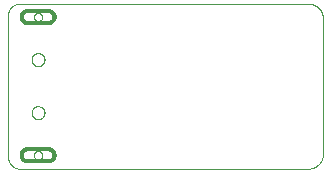
<source format=gbp>
G75*
%MOIN*%
%OFA0B0*%
%FSLAX25Y25*%
%IPPOS*%
%LPD*%
%AMOC8*
5,1,8,0,0,1.08239X$1,22.5*
%
%ADD10C,0.00100*%
%ADD11C,0.01181*%
%ADD12C,0.00000*%
D10*
X0061197Y0006800D02*
X0061197Y0054300D01*
X0061203Y0054422D01*
X0061213Y0054543D01*
X0061226Y0054664D01*
X0061243Y0054785D01*
X0061264Y0054905D01*
X0061289Y0055024D01*
X0061318Y0055142D01*
X0061350Y0055260D01*
X0061386Y0055376D01*
X0061425Y0055491D01*
X0061468Y0055605D01*
X0061515Y0055718D01*
X0061565Y0055829D01*
X0061619Y0055938D01*
X0061676Y0056046D01*
X0061737Y0056151D01*
X0061800Y0056255D01*
X0061867Y0056357D01*
X0061937Y0056456D01*
X0062011Y0056554D01*
X0062087Y0056649D01*
X0062166Y0056741D01*
X0062248Y0056831D01*
X0062333Y0056919D01*
X0062420Y0057003D01*
X0062511Y0057085D01*
X0062603Y0057164D01*
X0062698Y0057240D01*
X0062796Y0057313D01*
X0062895Y0057383D01*
X0062997Y0057450D01*
X0063101Y0057514D01*
X0063207Y0057574D01*
X0063315Y0057631D01*
X0063424Y0057684D01*
X0063535Y0057734D01*
X0063648Y0057781D01*
X0063762Y0057824D01*
X0063877Y0057863D01*
X0063993Y0057899D01*
X0064111Y0057931D01*
X0064229Y0057959D01*
X0064349Y0057984D01*
X0064469Y0058005D01*
X0064589Y0058022D01*
X0064710Y0058035D01*
X0064832Y0058045D01*
X0064953Y0058050D01*
X0065075Y0058052D01*
X0065197Y0058050D01*
X0161197Y0058050D01*
X0161337Y0058048D01*
X0161477Y0058042D01*
X0161617Y0058032D01*
X0161757Y0058019D01*
X0161896Y0058001D01*
X0162035Y0057979D01*
X0162172Y0057954D01*
X0162310Y0057925D01*
X0162446Y0057892D01*
X0162581Y0057855D01*
X0162715Y0057814D01*
X0162848Y0057769D01*
X0162980Y0057721D01*
X0163110Y0057669D01*
X0163239Y0057614D01*
X0163366Y0057555D01*
X0163492Y0057492D01*
X0163616Y0057426D01*
X0163737Y0057357D01*
X0163857Y0057284D01*
X0163975Y0057207D01*
X0164090Y0057128D01*
X0164204Y0057045D01*
X0164314Y0056959D01*
X0164423Y0056870D01*
X0164529Y0056778D01*
X0164632Y0056683D01*
X0164733Y0056586D01*
X0164830Y0056485D01*
X0164925Y0056382D01*
X0165017Y0056276D01*
X0165106Y0056167D01*
X0165192Y0056057D01*
X0165275Y0055943D01*
X0165354Y0055828D01*
X0165431Y0055710D01*
X0165504Y0055590D01*
X0165573Y0055469D01*
X0165639Y0055345D01*
X0165702Y0055219D01*
X0165761Y0055092D01*
X0165816Y0054963D01*
X0165868Y0054833D01*
X0165916Y0054701D01*
X0165961Y0054568D01*
X0166002Y0054434D01*
X0166039Y0054299D01*
X0166072Y0054163D01*
X0166101Y0054025D01*
X0166126Y0053888D01*
X0166148Y0053749D01*
X0166166Y0053610D01*
X0166179Y0053470D01*
X0166189Y0053330D01*
X0166195Y0053190D01*
X0166197Y0053050D01*
X0166197Y0008050D01*
X0166195Y0007910D01*
X0166189Y0007770D01*
X0166179Y0007630D01*
X0166166Y0007490D01*
X0166148Y0007351D01*
X0166126Y0007212D01*
X0166101Y0007075D01*
X0166072Y0006937D01*
X0166039Y0006801D01*
X0166002Y0006666D01*
X0165961Y0006532D01*
X0165916Y0006399D01*
X0165868Y0006267D01*
X0165816Y0006137D01*
X0165761Y0006008D01*
X0165702Y0005881D01*
X0165639Y0005755D01*
X0165573Y0005631D01*
X0165504Y0005510D01*
X0165431Y0005390D01*
X0165354Y0005272D01*
X0165275Y0005157D01*
X0165192Y0005043D01*
X0165106Y0004933D01*
X0165017Y0004824D01*
X0164925Y0004718D01*
X0164830Y0004615D01*
X0164733Y0004514D01*
X0164632Y0004417D01*
X0164529Y0004322D01*
X0164423Y0004230D01*
X0164314Y0004141D01*
X0164204Y0004055D01*
X0164090Y0003972D01*
X0163975Y0003893D01*
X0163857Y0003816D01*
X0163737Y0003743D01*
X0163616Y0003674D01*
X0163492Y0003608D01*
X0163366Y0003545D01*
X0163239Y0003486D01*
X0163110Y0003431D01*
X0162980Y0003379D01*
X0162848Y0003331D01*
X0162715Y0003286D01*
X0162581Y0003245D01*
X0162446Y0003208D01*
X0162310Y0003175D01*
X0162172Y0003146D01*
X0162035Y0003121D01*
X0161896Y0003099D01*
X0161757Y0003081D01*
X0161617Y0003068D01*
X0161477Y0003058D01*
X0161337Y0003052D01*
X0161197Y0003050D01*
X0065197Y0003050D01*
X0065073Y0003048D01*
X0064948Y0003050D01*
X0064824Y0003056D01*
X0064700Y0003066D01*
X0064577Y0003080D01*
X0064454Y0003098D01*
X0064332Y0003119D01*
X0064210Y0003145D01*
X0064089Y0003175D01*
X0063970Y0003208D01*
X0063851Y0003245D01*
X0063734Y0003286D01*
X0063618Y0003331D01*
X0063503Y0003380D01*
X0063390Y0003432D01*
X0063279Y0003487D01*
X0063170Y0003547D01*
X0063063Y0003609D01*
X0062958Y0003675D01*
X0062855Y0003745D01*
X0062754Y0003817D01*
X0062655Y0003893D01*
X0062559Y0003972D01*
X0062466Y0004054D01*
X0062375Y0004139D01*
X0062287Y0004227D01*
X0062202Y0004318D01*
X0062120Y0004411D01*
X0062041Y0004507D01*
X0061965Y0004606D01*
X0061893Y0004706D01*
X0061823Y0004809D01*
X0061757Y0004915D01*
X0061694Y0005022D01*
X0061635Y0005131D01*
X0061579Y0005242D01*
X0061527Y0005355D01*
X0061479Y0005469D01*
X0061434Y0005585D01*
X0061393Y0005703D01*
X0061355Y0005821D01*
X0061322Y0005941D01*
X0061292Y0006062D01*
X0061267Y0006183D01*
X0061245Y0006306D01*
X0061227Y0006428D01*
X0061213Y0006552D01*
X0061203Y0006676D01*
X0061197Y0006800D01*
D11*
X0065685Y0007519D02*
X0065687Y0007605D01*
X0065692Y0007691D01*
X0065702Y0007776D01*
X0065715Y0007861D01*
X0065732Y0007945D01*
X0065752Y0008029D01*
X0065776Y0008111D01*
X0065804Y0008192D01*
X0065835Y0008273D01*
X0065869Y0008351D01*
X0065907Y0008428D01*
X0065949Y0008504D01*
X0065993Y0008577D01*
X0066041Y0008648D01*
X0066092Y0008718D01*
X0066146Y0008785D01*
X0066202Y0008849D01*
X0066262Y0008911D01*
X0066324Y0008971D01*
X0066388Y0009027D01*
X0066455Y0009081D01*
X0066525Y0009132D01*
X0066596Y0009180D01*
X0066670Y0009224D01*
X0066745Y0009266D01*
X0066822Y0009304D01*
X0066900Y0009338D01*
X0066981Y0009369D01*
X0067062Y0009397D01*
X0067144Y0009421D01*
X0067228Y0009441D01*
X0067312Y0009458D01*
X0067397Y0009471D01*
X0067482Y0009481D01*
X0067568Y0009486D01*
X0067654Y0009488D01*
X0067654Y0009487D02*
X0074740Y0009487D01*
X0076709Y0007519D02*
X0076707Y0007433D01*
X0076702Y0007347D01*
X0076692Y0007262D01*
X0076679Y0007177D01*
X0076662Y0007093D01*
X0076642Y0007009D01*
X0076618Y0006927D01*
X0076590Y0006846D01*
X0076559Y0006765D01*
X0076525Y0006687D01*
X0076487Y0006610D01*
X0076445Y0006534D01*
X0076401Y0006461D01*
X0076353Y0006390D01*
X0076302Y0006320D01*
X0076248Y0006253D01*
X0076192Y0006189D01*
X0076132Y0006127D01*
X0076070Y0006067D01*
X0076006Y0006011D01*
X0075939Y0005957D01*
X0075869Y0005906D01*
X0075798Y0005858D01*
X0075725Y0005814D01*
X0075649Y0005772D01*
X0075572Y0005734D01*
X0075494Y0005700D01*
X0075413Y0005669D01*
X0075332Y0005641D01*
X0075250Y0005617D01*
X0075166Y0005597D01*
X0075082Y0005580D01*
X0074997Y0005567D01*
X0074912Y0005557D01*
X0074826Y0005552D01*
X0074740Y0005550D01*
X0067654Y0005550D01*
X0067568Y0005552D01*
X0067482Y0005557D01*
X0067397Y0005567D01*
X0067312Y0005580D01*
X0067228Y0005597D01*
X0067144Y0005617D01*
X0067062Y0005641D01*
X0066981Y0005669D01*
X0066900Y0005700D01*
X0066822Y0005734D01*
X0066745Y0005772D01*
X0066670Y0005814D01*
X0066596Y0005858D01*
X0066525Y0005906D01*
X0066455Y0005957D01*
X0066388Y0006011D01*
X0066324Y0006067D01*
X0066262Y0006127D01*
X0066202Y0006189D01*
X0066146Y0006253D01*
X0066092Y0006320D01*
X0066041Y0006390D01*
X0065993Y0006461D01*
X0065949Y0006535D01*
X0065907Y0006610D01*
X0065869Y0006687D01*
X0065835Y0006765D01*
X0065804Y0006846D01*
X0065776Y0006927D01*
X0065752Y0007009D01*
X0065732Y0007093D01*
X0065715Y0007177D01*
X0065702Y0007262D01*
X0065692Y0007347D01*
X0065687Y0007433D01*
X0065685Y0007519D01*
X0074740Y0009488D02*
X0074826Y0009486D01*
X0074912Y0009481D01*
X0074997Y0009471D01*
X0075082Y0009458D01*
X0075166Y0009441D01*
X0075250Y0009421D01*
X0075332Y0009397D01*
X0075413Y0009369D01*
X0075494Y0009338D01*
X0075572Y0009304D01*
X0075649Y0009266D01*
X0075725Y0009224D01*
X0075798Y0009180D01*
X0075869Y0009132D01*
X0075939Y0009081D01*
X0076006Y0009027D01*
X0076070Y0008971D01*
X0076132Y0008911D01*
X0076192Y0008849D01*
X0076248Y0008785D01*
X0076302Y0008718D01*
X0076353Y0008648D01*
X0076401Y0008577D01*
X0076445Y0008504D01*
X0076487Y0008428D01*
X0076525Y0008351D01*
X0076559Y0008273D01*
X0076590Y0008192D01*
X0076618Y0008111D01*
X0076642Y0008029D01*
X0076662Y0007945D01*
X0076679Y0007861D01*
X0076692Y0007776D01*
X0076702Y0007691D01*
X0076707Y0007605D01*
X0076709Y0007519D01*
X0074740Y0051613D02*
X0067654Y0051613D01*
X0065685Y0053581D02*
X0065687Y0053667D01*
X0065692Y0053753D01*
X0065702Y0053838D01*
X0065715Y0053923D01*
X0065732Y0054007D01*
X0065752Y0054091D01*
X0065776Y0054173D01*
X0065804Y0054254D01*
X0065835Y0054335D01*
X0065869Y0054413D01*
X0065907Y0054490D01*
X0065949Y0054566D01*
X0065993Y0054639D01*
X0066041Y0054710D01*
X0066092Y0054780D01*
X0066146Y0054847D01*
X0066202Y0054911D01*
X0066262Y0054973D01*
X0066324Y0055033D01*
X0066388Y0055089D01*
X0066455Y0055143D01*
X0066525Y0055194D01*
X0066596Y0055242D01*
X0066670Y0055286D01*
X0066745Y0055328D01*
X0066822Y0055366D01*
X0066900Y0055400D01*
X0066981Y0055431D01*
X0067062Y0055459D01*
X0067144Y0055483D01*
X0067228Y0055503D01*
X0067312Y0055520D01*
X0067397Y0055533D01*
X0067482Y0055543D01*
X0067568Y0055548D01*
X0067654Y0055550D01*
X0074740Y0055550D01*
X0076709Y0053581D02*
X0076707Y0053495D01*
X0076702Y0053409D01*
X0076692Y0053324D01*
X0076679Y0053239D01*
X0076662Y0053155D01*
X0076642Y0053071D01*
X0076618Y0052989D01*
X0076590Y0052908D01*
X0076559Y0052827D01*
X0076525Y0052749D01*
X0076487Y0052672D01*
X0076445Y0052597D01*
X0076401Y0052523D01*
X0076353Y0052452D01*
X0076302Y0052382D01*
X0076248Y0052315D01*
X0076192Y0052251D01*
X0076132Y0052189D01*
X0076070Y0052129D01*
X0076006Y0052073D01*
X0075939Y0052019D01*
X0075869Y0051968D01*
X0075798Y0051920D01*
X0075725Y0051876D01*
X0075649Y0051834D01*
X0075572Y0051796D01*
X0075494Y0051762D01*
X0075413Y0051731D01*
X0075332Y0051703D01*
X0075250Y0051679D01*
X0075166Y0051659D01*
X0075082Y0051642D01*
X0074997Y0051629D01*
X0074912Y0051619D01*
X0074826Y0051614D01*
X0074740Y0051612D01*
X0076709Y0053581D02*
X0076707Y0053667D01*
X0076702Y0053753D01*
X0076692Y0053838D01*
X0076679Y0053923D01*
X0076662Y0054007D01*
X0076642Y0054091D01*
X0076618Y0054173D01*
X0076590Y0054254D01*
X0076559Y0054335D01*
X0076525Y0054413D01*
X0076487Y0054490D01*
X0076445Y0054566D01*
X0076401Y0054639D01*
X0076353Y0054710D01*
X0076302Y0054780D01*
X0076248Y0054847D01*
X0076192Y0054911D01*
X0076132Y0054973D01*
X0076070Y0055033D01*
X0076006Y0055089D01*
X0075939Y0055143D01*
X0075869Y0055194D01*
X0075798Y0055242D01*
X0075725Y0055286D01*
X0075649Y0055328D01*
X0075572Y0055366D01*
X0075494Y0055400D01*
X0075413Y0055431D01*
X0075332Y0055459D01*
X0075250Y0055483D01*
X0075166Y0055503D01*
X0075082Y0055520D01*
X0074997Y0055533D01*
X0074912Y0055543D01*
X0074826Y0055548D01*
X0074740Y0055550D01*
X0067654Y0051612D02*
X0067568Y0051614D01*
X0067482Y0051619D01*
X0067397Y0051629D01*
X0067312Y0051642D01*
X0067228Y0051659D01*
X0067144Y0051679D01*
X0067062Y0051703D01*
X0066981Y0051731D01*
X0066900Y0051762D01*
X0066822Y0051796D01*
X0066745Y0051834D01*
X0066670Y0051876D01*
X0066596Y0051920D01*
X0066525Y0051968D01*
X0066455Y0052019D01*
X0066388Y0052073D01*
X0066324Y0052129D01*
X0066262Y0052189D01*
X0066202Y0052251D01*
X0066146Y0052315D01*
X0066092Y0052382D01*
X0066041Y0052452D01*
X0065993Y0052523D01*
X0065949Y0052597D01*
X0065907Y0052672D01*
X0065869Y0052749D01*
X0065835Y0052827D01*
X0065804Y0052908D01*
X0065776Y0052989D01*
X0065752Y0053071D01*
X0065732Y0053155D01*
X0065715Y0053239D01*
X0065702Y0053324D01*
X0065692Y0053409D01*
X0065687Y0053495D01*
X0065685Y0053581D01*
D12*
X0069819Y0053581D02*
X0069821Y0053655D01*
X0069827Y0053729D01*
X0069837Y0053802D01*
X0069851Y0053875D01*
X0069868Y0053947D01*
X0069890Y0054017D01*
X0069915Y0054087D01*
X0069944Y0054155D01*
X0069977Y0054221D01*
X0070013Y0054286D01*
X0070053Y0054348D01*
X0070095Y0054409D01*
X0070141Y0054467D01*
X0070190Y0054522D01*
X0070242Y0054575D01*
X0070297Y0054625D01*
X0070354Y0054671D01*
X0070414Y0054715D01*
X0070476Y0054755D01*
X0070540Y0054792D01*
X0070606Y0054826D01*
X0070674Y0054856D01*
X0070743Y0054882D01*
X0070814Y0054905D01*
X0070885Y0054923D01*
X0070958Y0054938D01*
X0071031Y0054949D01*
X0071105Y0054956D01*
X0071179Y0054959D01*
X0071252Y0054958D01*
X0071326Y0054953D01*
X0071400Y0054944D01*
X0071473Y0054931D01*
X0071545Y0054914D01*
X0071616Y0054894D01*
X0071686Y0054869D01*
X0071754Y0054841D01*
X0071821Y0054810D01*
X0071886Y0054774D01*
X0071949Y0054736D01*
X0072010Y0054694D01*
X0072069Y0054648D01*
X0072125Y0054600D01*
X0072178Y0054549D01*
X0072228Y0054495D01*
X0072276Y0054438D01*
X0072320Y0054379D01*
X0072362Y0054317D01*
X0072400Y0054254D01*
X0072434Y0054188D01*
X0072465Y0054121D01*
X0072492Y0054052D01*
X0072515Y0053982D01*
X0072535Y0053911D01*
X0072551Y0053838D01*
X0072563Y0053765D01*
X0072571Y0053692D01*
X0072575Y0053618D01*
X0072575Y0053544D01*
X0072571Y0053470D01*
X0072563Y0053397D01*
X0072551Y0053324D01*
X0072535Y0053251D01*
X0072515Y0053180D01*
X0072492Y0053110D01*
X0072465Y0053041D01*
X0072434Y0052974D01*
X0072400Y0052908D01*
X0072362Y0052845D01*
X0072320Y0052783D01*
X0072276Y0052724D01*
X0072228Y0052667D01*
X0072178Y0052613D01*
X0072125Y0052562D01*
X0072069Y0052514D01*
X0072010Y0052468D01*
X0071949Y0052426D01*
X0071886Y0052388D01*
X0071821Y0052352D01*
X0071754Y0052321D01*
X0071686Y0052293D01*
X0071616Y0052268D01*
X0071545Y0052248D01*
X0071473Y0052231D01*
X0071400Y0052218D01*
X0071326Y0052209D01*
X0071252Y0052204D01*
X0071179Y0052203D01*
X0071105Y0052206D01*
X0071031Y0052213D01*
X0070958Y0052224D01*
X0070885Y0052239D01*
X0070814Y0052257D01*
X0070743Y0052280D01*
X0070674Y0052306D01*
X0070606Y0052336D01*
X0070540Y0052370D01*
X0070476Y0052407D01*
X0070414Y0052447D01*
X0070354Y0052491D01*
X0070297Y0052537D01*
X0070242Y0052587D01*
X0070190Y0052640D01*
X0070141Y0052695D01*
X0070095Y0052753D01*
X0070053Y0052814D01*
X0070013Y0052876D01*
X0069977Y0052941D01*
X0069944Y0053007D01*
X0069915Y0053075D01*
X0069890Y0053145D01*
X0069868Y0053215D01*
X0069851Y0053287D01*
X0069837Y0053360D01*
X0069827Y0053433D01*
X0069821Y0053507D01*
X0069819Y0053581D01*
X0069032Y0039408D02*
X0069034Y0039501D01*
X0069040Y0039593D01*
X0069050Y0039685D01*
X0069064Y0039776D01*
X0069081Y0039867D01*
X0069103Y0039957D01*
X0069128Y0040046D01*
X0069157Y0040134D01*
X0069190Y0040220D01*
X0069227Y0040305D01*
X0069267Y0040389D01*
X0069311Y0040470D01*
X0069358Y0040550D01*
X0069408Y0040628D01*
X0069462Y0040703D01*
X0069519Y0040776D01*
X0069579Y0040846D01*
X0069642Y0040914D01*
X0069708Y0040979D01*
X0069776Y0041041D01*
X0069847Y0041101D01*
X0069921Y0041157D01*
X0069997Y0041210D01*
X0070075Y0041259D01*
X0070155Y0041306D01*
X0070237Y0041348D01*
X0070321Y0041388D01*
X0070406Y0041423D01*
X0070493Y0041455D01*
X0070581Y0041484D01*
X0070670Y0041508D01*
X0070760Y0041529D01*
X0070851Y0041545D01*
X0070943Y0041558D01*
X0071035Y0041567D01*
X0071128Y0041572D01*
X0071220Y0041573D01*
X0071313Y0041570D01*
X0071405Y0041563D01*
X0071497Y0041552D01*
X0071588Y0041537D01*
X0071679Y0041519D01*
X0071769Y0041496D01*
X0071857Y0041470D01*
X0071945Y0041440D01*
X0072031Y0041406D01*
X0072115Y0041369D01*
X0072198Y0041327D01*
X0072279Y0041283D01*
X0072359Y0041235D01*
X0072436Y0041184D01*
X0072510Y0041129D01*
X0072583Y0041071D01*
X0072653Y0041011D01*
X0072720Y0040947D01*
X0072784Y0040881D01*
X0072846Y0040811D01*
X0072904Y0040740D01*
X0072959Y0040666D01*
X0073011Y0040589D01*
X0073060Y0040510D01*
X0073106Y0040430D01*
X0073148Y0040347D01*
X0073186Y0040263D01*
X0073221Y0040177D01*
X0073252Y0040090D01*
X0073279Y0040002D01*
X0073302Y0039912D01*
X0073322Y0039822D01*
X0073338Y0039731D01*
X0073350Y0039639D01*
X0073358Y0039547D01*
X0073362Y0039454D01*
X0073362Y0039362D01*
X0073358Y0039269D01*
X0073350Y0039177D01*
X0073338Y0039085D01*
X0073322Y0038994D01*
X0073302Y0038904D01*
X0073279Y0038814D01*
X0073252Y0038726D01*
X0073221Y0038639D01*
X0073186Y0038553D01*
X0073148Y0038469D01*
X0073106Y0038386D01*
X0073060Y0038306D01*
X0073011Y0038227D01*
X0072959Y0038150D01*
X0072904Y0038076D01*
X0072846Y0038005D01*
X0072784Y0037935D01*
X0072720Y0037869D01*
X0072653Y0037805D01*
X0072583Y0037745D01*
X0072510Y0037687D01*
X0072436Y0037632D01*
X0072359Y0037581D01*
X0072280Y0037533D01*
X0072198Y0037489D01*
X0072115Y0037447D01*
X0072031Y0037410D01*
X0071945Y0037376D01*
X0071857Y0037346D01*
X0071769Y0037320D01*
X0071679Y0037297D01*
X0071588Y0037279D01*
X0071497Y0037264D01*
X0071405Y0037253D01*
X0071313Y0037246D01*
X0071220Y0037243D01*
X0071128Y0037244D01*
X0071035Y0037249D01*
X0070943Y0037258D01*
X0070851Y0037271D01*
X0070760Y0037287D01*
X0070670Y0037308D01*
X0070581Y0037332D01*
X0070493Y0037361D01*
X0070406Y0037393D01*
X0070321Y0037428D01*
X0070237Y0037468D01*
X0070155Y0037510D01*
X0070075Y0037557D01*
X0069997Y0037606D01*
X0069921Y0037659D01*
X0069847Y0037715D01*
X0069776Y0037775D01*
X0069708Y0037837D01*
X0069642Y0037902D01*
X0069579Y0037970D01*
X0069519Y0038040D01*
X0069462Y0038113D01*
X0069408Y0038188D01*
X0069358Y0038266D01*
X0069311Y0038346D01*
X0069267Y0038427D01*
X0069227Y0038511D01*
X0069190Y0038596D01*
X0069157Y0038682D01*
X0069128Y0038770D01*
X0069103Y0038859D01*
X0069081Y0038949D01*
X0069064Y0039040D01*
X0069050Y0039131D01*
X0069040Y0039223D01*
X0069034Y0039315D01*
X0069032Y0039408D01*
X0069032Y0021692D02*
X0069034Y0021785D01*
X0069040Y0021877D01*
X0069050Y0021969D01*
X0069064Y0022060D01*
X0069081Y0022151D01*
X0069103Y0022241D01*
X0069128Y0022330D01*
X0069157Y0022418D01*
X0069190Y0022504D01*
X0069227Y0022589D01*
X0069267Y0022673D01*
X0069311Y0022754D01*
X0069358Y0022834D01*
X0069408Y0022912D01*
X0069462Y0022987D01*
X0069519Y0023060D01*
X0069579Y0023130D01*
X0069642Y0023198D01*
X0069708Y0023263D01*
X0069776Y0023325D01*
X0069847Y0023385D01*
X0069921Y0023441D01*
X0069997Y0023494D01*
X0070075Y0023543D01*
X0070155Y0023590D01*
X0070237Y0023632D01*
X0070321Y0023672D01*
X0070406Y0023707D01*
X0070493Y0023739D01*
X0070581Y0023768D01*
X0070670Y0023792D01*
X0070760Y0023813D01*
X0070851Y0023829D01*
X0070943Y0023842D01*
X0071035Y0023851D01*
X0071128Y0023856D01*
X0071220Y0023857D01*
X0071313Y0023854D01*
X0071405Y0023847D01*
X0071497Y0023836D01*
X0071588Y0023821D01*
X0071679Y0023803D01*
X0071769Y0023780D01*
X0071857Y0023754D01*
X0071945Y0023724D01*
X0072031Y0023690D01*
X0072115Y0023653D01*
X0072198Y0023611D01*
X0072279Y0023567D01*
X0072359Y0023519D01*
X0072436Y0023468D01*
X0072510Y0023413D01*
X0072583Y0023355D01*
X0072653Y0023295D01*
X0072720Y0023231D01*
X0072784Y0023165D01*
X0072846Y0023095D01*
X0072904Y0023024D01*
X0072959Y0022950D01*
X0073011Y0022873D01*
X0073060Y0022794D01*
X0073106Y0022714D01*
X0073148Y0022631D01*
X0073186Y0022547D01*
X0073221Y0022461D01*
X0073252Y0022374D01*
X0073279Y0022286D01*
X0073302Y0022196D01*
X0073322Y0022106D01*
X0073338Y0022015D01*
X0073350Y0021923D01*
X0073358Y0021831D01*
X0073362Y0021738D01*
X0073362Y0021646D01*
X0073358Y0021553D01*
X0073350Y0021461D01*
X0073338Y0021369D01*
X0073322Y0021278D01*
X0073302Y0021188D01*
X0073279Y0021098D01*
X0073252Y0021010D01*
X0073221Y0020923D01*
X0073186Y0020837D01*
X0073148Y0020753D01*
X0073106Y0020670D01*
X0073060Y0020590D01*
X0073011Y0020511D01*
X0072959Y0020434D01*
X0072904Y0020360D01*
X0072846Y0020289D01*
X0072784Y0020219D01*
X0072720Y0020153D01*
X0072653Y0020089D01*
X0072583Y0020029D01*
X0072510Y0019971D01*
X0072436Y0019916D01*
X0072359Y0019865D01*
X0072280Y0019817D01*
X0072198Y0019773D01*
X0072115Y0019731D01*
X0072031Y0019694D01*
X0071945Y0019660D01*
X0071857Y0019630D01*
X0071769Y0019604D01*
X0071679Y0019581D01*
X0071588Y0019563D01*
X0071497Y0019548D01*
X0071405Y0019537D01*
X0071313Y0019530D01*
X0071220Y0019527D01*
X0071128Y0019528D01*
X0071035Y0019533D01*
X0070943Y0019542D01*
X0070851Y0019555D01*
X0070760Y0019571D01*
X0070670Y0019592D01*
X0070581Y0019616D01*
X0070493Y0019645D01*
X0070406Y0019677D01*
X0070321Y0019712D01*
X0070237Y0019752D01*
X0070155Y0019794D01*
X0070075Y0019841D01*
X0069997Y0019890D01*
X0069921Y0019943D01*
X0069847Y0019999D01*
X0069776Y0020059D01*
X0069708Y0020121D01*
X0069642Y0020186D01*
X0069579Y0020254D01*
X0069519Y0020324D01*
X0069462Y0020397D01*
X0069408Y0020472D01*
X0069358Y0020550D01*
X0069311Y0020630D01*
X0069267Y0020711D01*
X0069227Y0020795D01*
X0069190Y0020880D01*
X0069157Y0020966D01*
X0069128Y0021054D01*
X0069103Y0021143D01*
X0069081Y0021233D01*
X0069064Y0021324D01*
X0069050Y0021415D01*
X0069040Y0021507D01*
X0069034Y0021599D01*
X0069032Y0021692D01*
X0069819Y0007519D02*
X0069821Y0007593D01*
X0069827Y0007667D01*
X0069837Y0007740D01*
X0069851Y0007813D01*
X0069868Y0007885D01*
X0069890Y0007955D01*
X0069915Y0008025D01*
X0069944Y0008093D01*
X0069977Y0008159D01*
X0070013Y0008224D01*
X0070053Y0008286D01*
X0070095Y0008347D01*
X0070141Y0008405D01*
X0070190Y0008460D01*
X0070242Y0008513D01*
X0070297Y0008563D01*
X0070354Y0008609D01*
X0070414Y0008653D01*
X0070476Y0008693D01*
X0070540Y0008730D01*
X0070606Y0008764D01*
X0070674Y0008794D01*
X0070743Y0008820D01*
X0070814Y0008843D01*
X0070885Y0008861D01*
X0070958Y0008876D01*
X0071031Y0008887D01*
X0071105Y0008894D01*
X0071179Y0008897D01*
X0071252Y0008896D01*
X0071326Y0008891D01*
X0071400Y0008882D01*
X0071473Y0008869D01*
X0071545Y0008852D01*
X0071616Y0008832D01*
X0071686Y0008807D01*
X0071754Y0008779D01*
X0071821Y0008748D01*
X0071886Y0008712D01*
X0071949Y0008674D01*
X0072010Y0008632D01*
X0072069Y0008586D01*
X0072125Y0008538D01*
X0072178Y0008487D01*
X0072228Y0008433D01*
X0072276Y0008376D01*
X0072320Y0008317D01*
X0072362Y0008255D01*
X0072400Y0008192D01*
X0072434Y0008126D01*
X0072465Y0008059D01*
X0072492Y0007990D01*
X0072515Y0007920D01*
X0072535Y0007849D01*
X0072551Y0007776D01*
X0072563Y0007703D01*
X0072571Y0007630D01*
X0072575Y0007556D01*
X0072575Y0007482D01*
X0072571Y0007408D01*
X0072563Y0007335D01*
X0072551Y0007262D01*
X0072535Y0007189D01*
X0072515Y0007118D01*
X0072492Y0007048D01*
X0072465Y0006979D01*
X0072434Y0006912D01*
X0072400Y0006846D01*
X0072362Y0006783D01*
X0072320Y0006721D01*
X0072276Y0006662D01*
X0072228Y0006605D01*
X0072178Y0006551D01*
X0072125Y0006500D01*
X0072069Y0006452D01*
X0072010Y0006406D01*
X0071949Y0006364D01*
X0071886Y0006326D01*
X0071821Y0006290D01*
X0071754Y0006259D01*
X0071686Y0006231D01*
X0071616Y0006206D01*
X0071545Y0006186D01*
X0071473Y0006169D01*
X0071400Y0006156D01*
X0071326Y0006147D01*
X0071252Y0006142D01*
X0071179Y0006141D01*
X0071105Y0006144D01*
X0071031Y0006151D01*
X0070958Y0006162D01*
X0070885Y0006177D01*
X0070814Y0006195D01*
X0070743Y0006218D01*
X0070674Y0006244D01*
X0070606Y0006274D01*
X0070540Y0006308D01*
X0070476Y0006345D01*
X0070414Y0006385D01*
X0070354Y0006429D01*
X0070297Y0006475D01*
X0070242Y0006525D01*
X0070190Y0006578D01*
X0070141Y0006633D01*
X0070095Y0006691D01*
X0070053Y0006752D01*
X0070013Y0006814D01*
X0069977Y0006879D01*
X0069944Y0006945D01*
X0069915Y0007013D01*
X0069890Y0007083D01*
X0069868Y0007153D01*
X0069851Y0007225D01*
X0069837Y0007298D01*
X0069827Y0007371D01*
X0069821Y0007445D01*
X0069819Y0007519D01*
M02*

</source>
